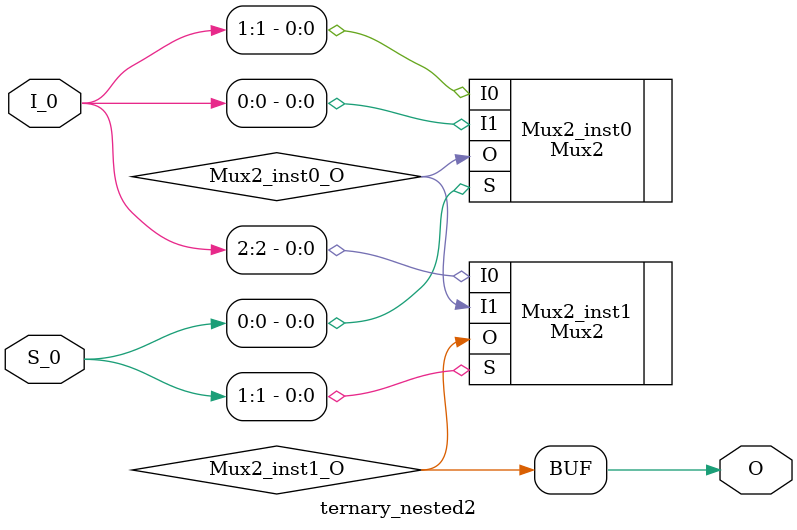
<source format=v>
module ternary_nested2 (input [3:0] I_0, input [1:0] S_0, output  O);
wire  Mux2_inst0_O;
wire  Mux2_inst1_O;
Mux2 Mux2_inst0 (.I0(I_0[1]), .I1(I_0[0]), .S(S_0[0]), .O(Mux2_inst0_O));
Mux2 Mux2_inst1 (.I0(I_0[2]), .I1(Mux2_inst0_O), .S(S_0[1]), .O(Mux2_inst1_O));
assign O = Mux2_inst1_O;
endmodule


</source>
